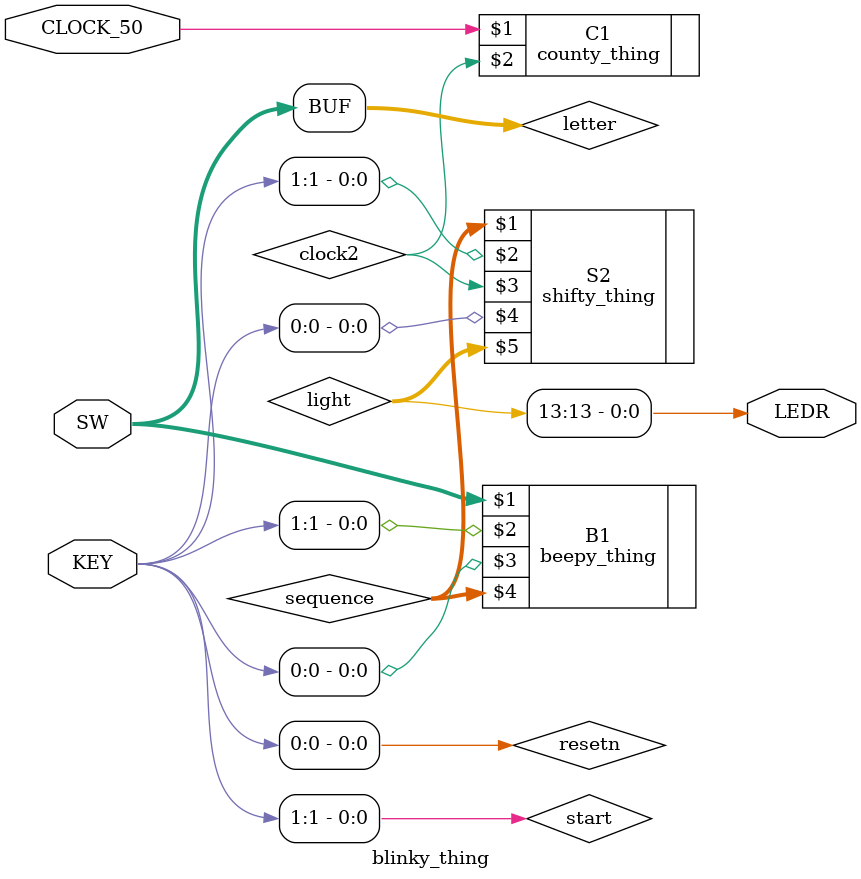
<source format=v>

module blinky_thing(input [2:0]SW,input [1:0] KEY,input CLOCK_50, output [0:0]LEDR);

	//make the slower counter
	wire clock2;
	county_thing C1(CLOCK_50,clock2);
	
	//get the dot dash sequence
	wire start = KEY[1];
	wire resetn = KEY[0];
	
	wire [2:0]letter = SW[2:0]; //which letter
	wire [13:0]sequence;

	beepy_thing B1(letter,start,resetn,sequence);
	
	//shift register
	wire [13:0]light;
	shifty_thing S2(sequence,start,clock2,resetn,light); //shift bits of sequence w/ time
	assign LEDR[0] = light[13]; //display the 10th bit (since shifting left)
endmodule
</source>
